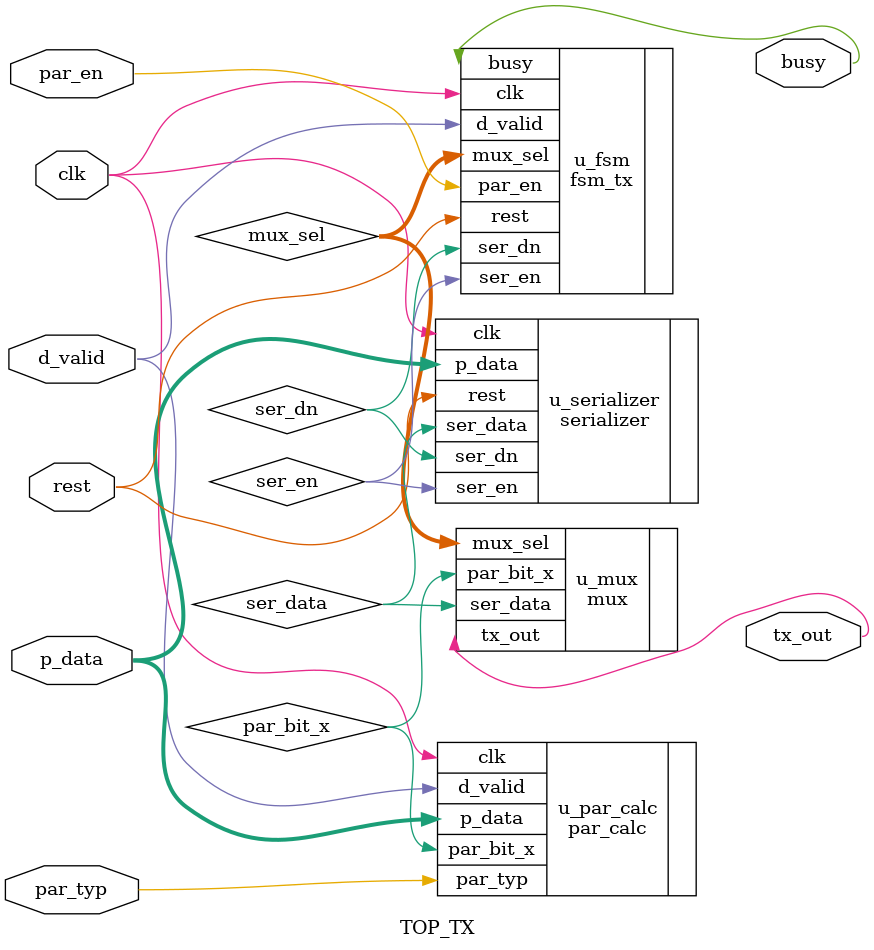
<source format=v>


module TOP_TX(
input wire clk,rest,
input wire par_en,
input wire d_valid,
input wire par_typ,
input wire [7:0] p_data,
output wire tx_out,
output wire busy 
);

//internal connections
wire ser_data ;
wire ser_dn ;
wire ser_en;
wire [4:0]mux_sel ;
wire par_bit ;




serializer u_serializer (
.clk(clk),
.rest(rest),
.p_data(p_data),
.ser_en(ser_en),
.ser_dn(ser_dn),
.ser_data(ser_data)
);



fsm_tx u_fsm(
.clk(clk),
.rest(rest),
.d_valid(d_valid),
.par_en(par_en),
.ser_dn(ser_dn),
.ser_en(ser_en),
.mux_sel(mux_sel),
.busy(busy)
);


par_calc u_par_calc(
.clk(clk),
.p_data(p_data),
.d_valid(d_valid),
.par_typ(par_typ),
.par_bit_x(par_bit_x)
);

mux u_mux(
.mux_sel(mux_sel),
.par_bit_x(par_bit_x),
.ser_data(ser_data),
.tx_out(tx_out)
);
endmodule




</source>
